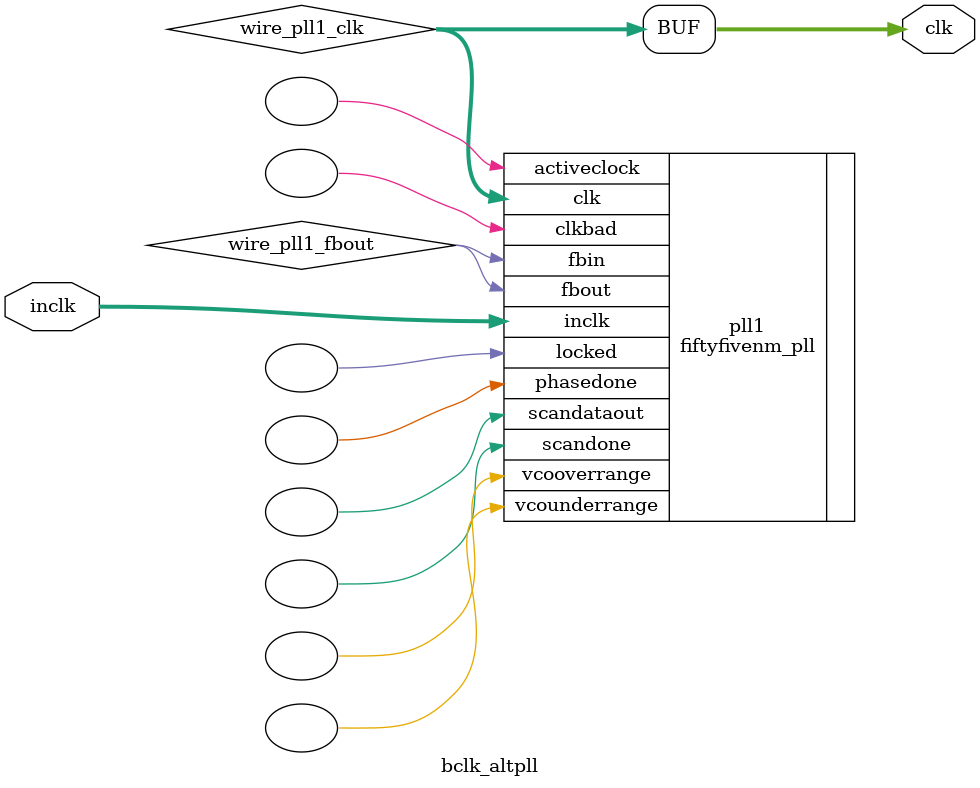
<source format=v>






//synthesis_resources = fiftyfivenm_pll 1 
//synopsys translate_off
`timescale 1 ps / 1 ps
//synopsys translate_on
module  bclk_altpll
	( 
	clk,
	inclk) /* synthesis synthesis_clearbox=1 */;
	output   [4:0]  clk;
	input   [1:0]  inclk;
`ifndef ALTERA_RESERVED_QIS
// synopsys translate_off
`endif
	tri0   [1:0]  inclk;
`ifndef ALTERA_RESERVED_QIS
// synopsys translate_on
`endif

	wire  [4:0]   wire_pll1_clk;
	wire  wire_pll1_fbout;

	fiftyfivenm_pll   pll1
	( 
	.activeclock(),
	.clk(wire_pll1_clk),
	.clkbad(),
	.fbin(wire_pll1_fbout),
	.fbout(wire_pll1_fbout),
	.inclk(inclk),
	.locked(),
	.phasedone(),
	.scandataout(),
	.scandone(),
	.vcooverrange(),
	.vcounderrange()
	`ifndef FORMAL_VERIFICATION
	// synopsys translate_off
	`endif
	,
	.areset(1'b0),
	.clkswitch(1'b0),
	.configupdate(1'b0),
	.pfdena(1'b1),
	.phasecounterselect({3{1'b0}}),
	.phasestep(1'b0),
	.phaseupdown(1'b0),
	.scanclk(1'b0),
	.scanclkena(1'b1),
	.scandata(1'b0)
	`ifndef FORMAL_VERIFICATION
	// synopsys translate_on
	`endif
	);
	defparam
		pll1.bandwidth_type = "auto",
		pll1.clk0_divide_by = 29,
		pll1.clk0_duty_cycle = 50,
		pll1.clk0_multiply_by = 2,
		pll1.clk0_phase_shift = "0",
		pll1.compensate_clock = "clk0",
		pll1.inclk0_input_frequency = 20000,
		pll1.operation_mode = "normal",
		pll1.pll_type = "auto",
		pll1.lpm_type = "fiftyfivenm_pll";
	assign
		clk = {wire_pll1_clk[4:0]};
endmodule //bclk_altpll
//VALID FILE

</source>
